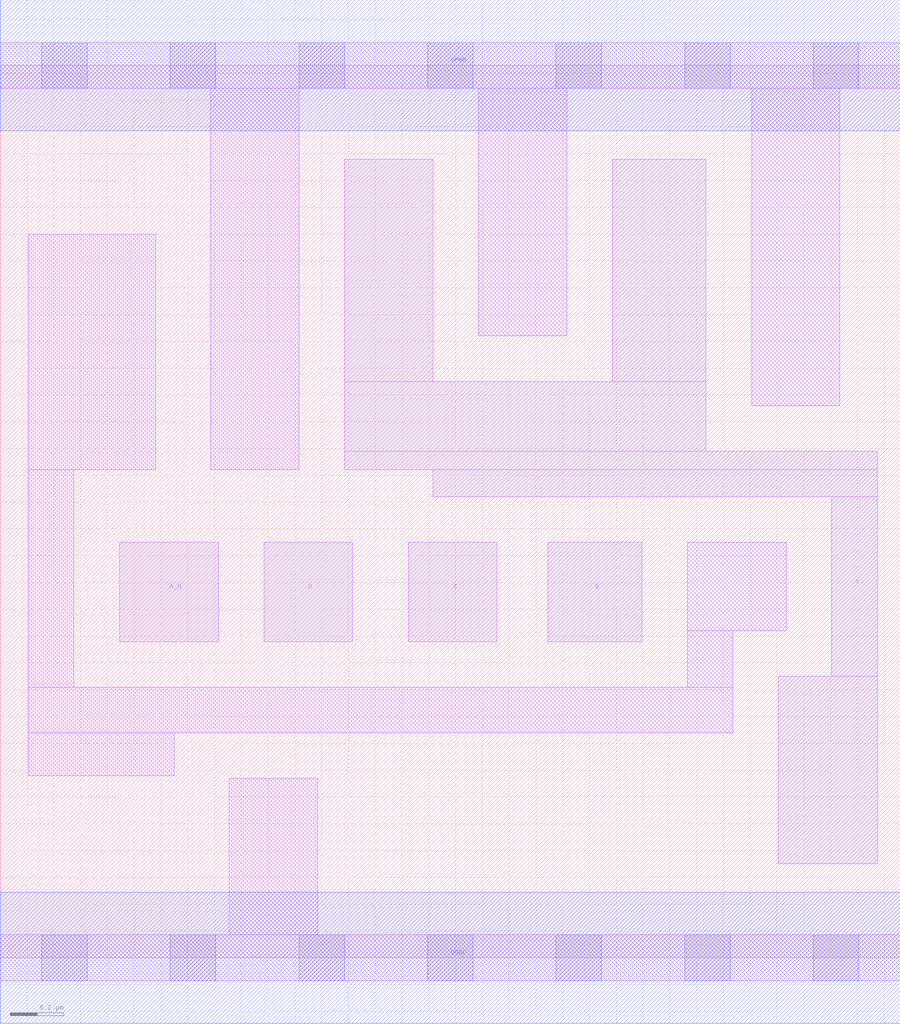
<source format=lef>
# Copyright 2020 The SkyWater PDK Authors
#
# Licensed under the Apache License, Version 2.0 (the "License");
# you may not use this file except in compliance with the License.
# You may obtain a copy of the License at
#
#     https://www.apache.org/licenses/LICENSE-2.0
#
# Unless required by applicable law or agreed to in writing, software
# distributed under the License is distributed on an "AS IS" BASIS,
# WITHOUT WARRANTIES OR CONDITIONS OF ANY KIND, either express or implied.
# See the License for the specific language governing permissions and
# limitations under the License.
#
# SPDX-License-Identifier: Apache-2.0

VERSION 5.7 ;
  NOWIREEXTENSIONATPIN ON ;
  DIVIDERCHAR "/" ;
  BUSBITCHARS "[]" ;
UNITS
  DATABASE MICRONS 200 ;
END UNITS
MACRO sky130_fd_sc_ls__nand4b_1
  CLASS CORE ;
  FOREIGN sky130_fd_sc_ls__nand4b_1 ;
  ORIGIN  0.000000  0.000000 ;
  SIZE  3.360000 BY  3.330000 ;
  SYMMETRY X Y ;
  SITE unit ;
  PIN A_N
    ANTENNAGATEAREA  0.208500 ;
    DIRECTION INPUT ;
    USE SIGNAL ;
    PORT
      LAYER li1 ;
        RECT 0.445000 1.180000 0.815000 1.550000 ;
    END
  END A_N
  PIN B
    ANTENNAGATEAREA  0.279000 ;
    DIRECTION INPUT ;
    USE SIGNAL ;
    PORT
      LAYER li1 ;
        RECT 2.045000 1.180000 2.395000 1.550000 ;
    END
  END B
  PIN C
    ANTENNAGATEAREA  0.279000 ;
    DIRECTION INPUT ;
    USE SIGNAL ;
    PORT
      LAYER li1 ;
        RECT 1.525000 1.180000 1.855000 1.550000 ;
    END
  END C
  PIN D
    ANTENNAGATEAREA  0.279000 ;
    DIRECTION INPUT ;
    USE SIGNAL ;
    PORT
      LAYER li1 ;
        RECT 0.985000 1.180000 1.315000 1.550000 ;
    END
  END D
  PIN Y
    ANTENNADIFFAREA  1.012400 ;
    DIRECTION OUTPUT ;
    USE SIGNAL ;
    PORT
      LAYER li1 ;
        RECT 1.285000 1.820000 3.275000 1.890000 ;
        RECT 1.285000 1.890000 2.635000 2.150000 ;
        RECT 1.285000 2.150000 1.615000 2.980000 ;
        RECT 1.615000 1.720000 3.275000 1.820000 ;
        RECT 2.285000 2.150000 2.635000 2.980000 ;
        RECT 2.905000 0.350000 3.275000 1.050000 ;
        RECT 3.105000 1.050000 3.275000 1.720000 ;
    END
  END Y
  PIN VGND
    DIRECTION INOUT ;
    SHAPE ABUTMENT ;
    USE GROUND ;
    PORT
      LAYER met1 ;
        RECT 0.000000 -0.245000 3.360000 0.245000 ;
    END
  END VGND
  PIN VPWR
    DIRECTION INOUT ;
    SHAPE ABUTMENT ;
    USE POWER ;
    PORT
      LAYER met1 ;
        RECT 0.000000 3.085000 3.360000 3.575000 ;
    END
  END VPWR
  OBS
    LAYER li1 ;
      RECT 0.000000 -0.085000 3.360000 0.085000 ;
      RECT 0.000000  3.245000 3.360000 3.415000 ;
      RECT 0.105000  0.680000 0.650000 0.840000 ;
      RECT 0.105000  0.840000 2.735000 1.010000 ;
      RECT 0.105000  1.010000 0.275000 1.820000 ;
      RECT 0.105000  1.820000 0.580000 2.700000 ;
      RECT 0.785000  1.820000 1.115000 3.245000 ;
      RECT 0.855000  0.085000 1.185000 0.670000 ;
      RECT 1.785000  2.320000 2.115000 3.245000 ;
      RECT 2.565000  1.010000 2.735000 1.220000 ;
      RECT 2.565000  1.220000 2.935000 1.550000 ;
      RECT 2.805000  2.060000 3.135000 3.245000 ;
    LAYER mcon ;
      RECT 0.155000 -0.085000 0.325000 0.085000 ;
      RECT 0.155000  3.245000 0.325000 3.415000 ;
      RECT 0.635000 -0.085000 0.805000 0.085000 ;
      RECT 0.635000  3.245000 0.805000 3.415000 ;
      RECT 1.115000 -0.085000 1.285000 0.085000 ;
      RECT 1.115000  3.245000 1.285000 3.415000 ;
      RECT 1.595000 -0.085000 1.765000 0.085000 ;
      RECT 1.595000  3.245000 1.765000 3.415000 ;
      RECT 2.075000 -0.085000 2.245000 0.085000 ;
      RECT 2.075000  3.245000 2.245000 3.415000 ;
      RECT 2.555000 -0.085000 2.725000 0.085000 ;
      RECT 2.555000  3.245000 2.725000 3.415000 ;
      RECT 3.035000 -0.085000 3.205000 0.085000 ;
      RECT 3.035000  3.245000 3.205000 3.415000 ;
  END
END sky130_fd_sc_ls__nand4b_1
END LIBRARY

</source>
